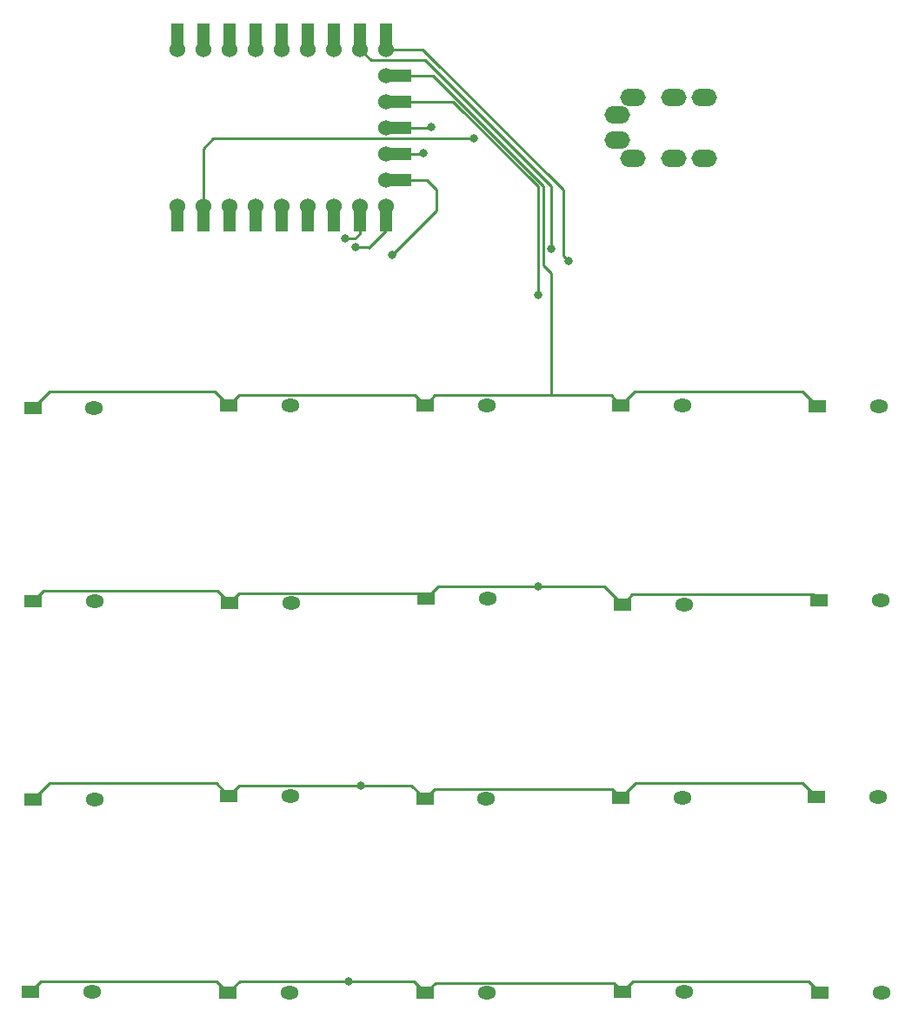
<source format=gbr>
%TF.GenerationSoftware,KiCad,Pcbnew,7.0.8*%
%TF.CreationDate,2023-10-28T15:04:41+09:00*%
%TF.ProjectId,jisaku20rp_right,6a697361-6b75-4323-9072-705f72696768,rev?*%
%TF.SameCoordinates,Original*%
%TF.FileFunction,Copper,L1,Top*%
%TF.FilePolarity,Positive*%
%FSLAX46Y46*%
G04 Gerber Fmt 4.6, Leading zero omitted, Abs format (unit mm)*
G04 Created by KiCad (PCBNEW 7.0.8) date 2023-10-28 15:04:41*
%MOMM*%
%LPD*%
G01*
G04 APERTURE LIST*
%TA.AperFunction,ComponentPad*%
%ADD10O,2.500000X1.700000*%
%TD*%
%TA.AperFunction,ComponentPad*%
%ADD11C,1.524000*%
%TD*%
%TA.AperFunction,SMDPad,CuDef*%
%ADD12R,1.200000X2.000000*%
%TD*%
%TA.AperFunction,SMDPad,CuDef*%
%ADD13R,2.000000X1.200000*%
%TD*%
%TA.AperFunction,ComponentPad*%
%ADD14R,1.778000X1.300000*%
%TD*%
%TA.AperFunction,ComponentPad*%
%ADD15O,1.778000X1.300000*%
%TD*%
%TA.AperFunction,ViaPad*%
%ADD16C,0.800000*%
%TD*%
%TA.AperFunction,Conductor*%
%ADD17C,0.250000*%
%TD*%
G04 APERTURE END LIST*
D10*
%TO.P,J1,A*%
%TO.N,unconnected-(J1-PadA)*%
X53940000Y19990000D03*
X53940000Y17540000D03*
%TO.P,J1,B*%
%TO.N,data*%
X62440000Y21740000D03*
X62440000Y15790000D03*
%TO.P,J1,C*%
%TO.N,GND*%
X59440000Y21740000D03*
X59440000Y15790000D03*
%TO.P,J1,D*%
%TO.N,VCC*%
X55440000Y21740000D03*
X55440000Y15790000D03*
%TD*%
D11*
%TO.P,U2,0,GP0*%
%TO.N,data*%
X11110000Y26410000D03*
D12*
X11110000Y27880000D03*
D11*
%TO.P,U2,1,GP1*%
%TO.N,unconnected-(U2-GP1-Pad1)*%
X13650000Y26410000D03*
D12*
X13650000Y27880000D03*
D11*
%TO.P,U2,2,GP2*%
%TO.N,unconnected-(U2-GP2-Pad2)*%
X16190000Y26410000D03*
D12*
X16190000Y27880000D03*
D11*
%TO.P,U2,3,GP3*%
%TO.N,unconnected-(U2-GP3-Pad3)*%
X18730000Y26410000D03*
D12*
X18730000Y27880000D03*
D11*
%TO.P,U2,4,GP4*%
%TO.N,unconnected-(U2-GP4-Pad4)*%
X21270000Y26410000D03*
D12*
X21270000Y27880000D03*
D11*
%TO.P,U2,5,GP5*%
%TO.N,unconnected-(U2-GP5-Pad5)*%
X23810000Y26410000D03*
D12*
X23810000Y27880000D03*
D11*
%TO.P,U2,6,GP6*%
%TO.N,unconnected-(U2-GP6-Pad6)*%
X26350000Y26410000D03*
D12*
X26350000Y27880000D03*
D11*
%TO.P,U2,7,GP7*%
%TO.N,col4*%
X28890000Y26410000D03*
D12*
X28890000Y27880000D03*
D11*
%TO.P,U2,8,GP8*%
%TO.N,col3*%
X31430000Y26410000D03*
D12*
X31430000Y27880000D03*
D11*
%TO.P,U2,9,GP9*%
%TO.N,row0*%
X31430000Y23870000D03*
D13*
X32880000Y23870000D03*
D11*
%TO.P,U2,10,GP10*%
%TO.N,row1*%
X31430000Y21330000D03*
D13*
X32880000Y21330000D03*
D11*
%TO.P,U2,11,GP11*%
%TO.N,row2*%
X31430000Y18790000D03*
D13*
X32890000Y18790000D03*
D11*
%TO.P,U2,12,GP12*%
%TO.N,row3*%
X31430000Y16250000D03*
D13*
X32870000Y16250000D03*
D11*
%TO.P,U2,13,GP13*%
%TO.N,col2*%
X31430000Y13710000D03*
D13*
X32880000Y13710000D03*
D12*
%TO.P,U2,14,GP14*%
%TO.N,col1*%
X31430000Y9700000D03*
D11*
X31430000Y11170000D03*
D12*
%TO.P,U2,15,GP15*%
%TO.N,col0*%
X28890000Y9700000D03*
D11*
X28890000Y11170000D03*
D12*
%TO.P,U2,26,GP26*%
%TO.N,unconnected-(U2-GP26-Pad26)*%
X26350000Y9700000D03*
D11*
X26350000Y11170000D03*
D12*
%TO.P,U2,27,GP27*%
%TO.N,unconnected-(U2-GP27-Pad27)*%
X23810000Y9700000D03*
D11*
X23810000Y11170000D03*
D12*
%TO.P,U2,28,GP28*%
%TO.N,unconnected-(U2-GP28-Pad28)*%
X21270000Y9700000D03*
D11*
X21270000Y11170000D03*
D12*
%TO.P,U2,29,GP29*%
%TO.N,unconnected-(U2-GP29-Pad29)*%
X18730000Y9700000D03*
D11*
X18730000Y11170000D03*
D12*
%TO.P,U2,30,3V3*%
%TO.N,unconnected-(U2-3V3-Pad30)*%
X16190000Y9700000D03*
D11*
X16190000Y11170000D03*
D12*
%TO.P,U2,31,GND*%
%TO.N,GND*%
X13650000Y9700000D03*
D11*
X13650000Y11170000D03*
D12*
%TO.P,U2,32,5V*%
%TO.N,VCC*%
X11110000Y9700000D03*
D11*
X11110000Y11170000D03*
%TD*%
D14*
%TO.P,D15,1,K*%
%TO.N,row2*%
X73360000Y-46332500D03*
D15*
%TO.P,D15,2,A*%
%TO.N,Net-(D15-A)*%
X79360000Y-46332500D03*
%TD*%
D14*
%TO.P,D11,1,K*%
%TO.N,row2*%
X-2930000Y-46640000D03*
D15*
%TO.P,D11,2,A*%
%TO.N,Net-(D11-A)*%
X3070000Y-46640000D03*
%TD*%
D14*
%TO.P,D4,1,K*%
%TO.N,row0*%
X54330000Y-8240000D03*
D15*
%TO.P,D4,2,A*%
%TO.N,Net-(D4-A)*%
X60330000Y-8240000D03*
%TD*%
D14*
%TO.P,D6,1,K*%
%TO.N,row1*%
X-2950000Y-27340000D03*
D15*
%TO.P,D6,2,A*%
%TO.N,Net-(D6-A)*%
X3050000Y-27340000D03*
%TD*%
D14*
%TO.P,D9,1,K*%
%TO.N,row1*%
X54440000Y-27630000D03*
D15*
%TO.P,D9,2,A*%
%TO.N,Net-(D9-A)*%
X60440000Y-27630000D03*
%TD*%
D14*
%TO.P,D8,1,K*%
%TO.N,row1*%
X35310000Y-27050000D03*
D15*
%TO.P,D8,2,A*%
%TO.N,Net-(D8-A)*%
X41310000Y-27050000D03*
%TD*%
D14*
%TO.P,D20,1,K*%
%TO.N,row3*%
X73695000Y-65430000D03*
D15*
%TO.P,D20,2,A*%
%TO.N,Net-(D20-A)*%
X79695000Y-65430000D03*
%TD*%
D14*
%TO.P,D17,1,K*%
%TO.N,row3*%
X16061250Y-65430000D03*
D15*
%TO.P,D17,2,A*%
%TO.N,Net-(D17-A)*%
X22061250Y-65430000D03*
%TD*%
D14*
%TO.P,D12,1,K*%
%TO.N,row2*%
X16142500Y-46230000D03*
D15*
%TO.P,D12,2,A*%
%TO.N,Net-(D12-A)*%
X22142500Y-46230000D03*
%TD*%
D14*
%TO.P,D10,1,K*%
%TO.N,row1*%
X73570000Y-27195000D03*
D15*
%TO.P,D10,2,A*%
%TO.N,Net-(D10-A)*%
X79570000Y-27195000D03*
%TD*%
D14*
%TO.P,D5,1,K*%
%TO.N,row0*%
X73430000Y-8300000D03*
D15*
%TO.P,D5,2,A*%
%TO.N,Net-(D5-A)*%
X79430000Y-8300000D03*
%TD*%
D14*
%TO.P,D13,1,K*%
%TO.N,row2*%
X35215000Y-46537500D03*
D15*
%TO.P,D13,2,A*%
%TO.N,Net-(D13-A)*%
X41215000Y-46537500D03*
%TD*%
D14*
%TO.P,D1,1,K*%
%TO.N,row0*%
X-2970000Y-8510000D03*
D15*
%TO.P,D1,2,A*%
%TO.N,Net-(D1-A)*%
X3030000Y-8510000D03*
%TD*%
D14*
%TO.P,D14,1,K*%
%TO.N,row2*%
X54287500Y-46435000D03*
D15*
%TO.P,D14,2,A*%
%TO.N,Net-(D14-A)*%
X60287500Y-46435000D03*
%TD*%
D14*
%TO.P,D7,1,K*%
%TO.N,row1*%
X16180000Y-27485000D03*
D15*
%TO.P,D7,2,A*%
%TO.N,Net-(D7-A)*%
X22180000Y-27485000D03*
%TD*%
D14*
%TO.P,D3,1,K*%
%TO.N,row0*%
X35230000Y-8240000D03*
D15*
%TO.P,D3,2,A*%
%TO.N,Net-(D3-A)*%
X41230000Y-8240000D03*
%TD*%
D14*
%TO.P,D19,1,K*%
%TO.N,row3*%
X54483750Y-65300000D03*
D15*
%TO.P,D19,2,A*%
%TO.N,Net-(D19-A)*%
X60483750Y-65300000D03*
%TD*%
D14*
%TO.P,D18,1,K*%
%TO.N,row3*%
X35272500Y-65430000D03*
D15*
%TO.P,D18,2,A*%
%TO.N,Net-(D18-A)*%
X41272500Y-65430000D03*
%TD*%
D14*
%TO.P,D16,1,K*%
%TO.N,row3*%
X-3150000Y-65300000D03*
D15*
%TO.P,D16,2,A*%
%TO.N,Net-(D16-A)*%
X2850000Y-65300000D03*
%TD*%
D14*
%TO.P,D2,1,K*%
%TO.N,row0*%
X16130000Y-8240000D03*
D15*
%TO.P,D2,2,A*%
%TO.N,Net-(D2-A)*%
X22130000Y-8240000D03*
%TD*%
D16*
%TO.N,row1*%
X46220000Y2490000D03*
X46220000Y-25840000D03*
%TO.N,row2*%
X28980000Y-45255000D03*
X35860000Y18850000D03*
%TO.N,row3*%
X27810000Y-64320000D03*
X35080000Y16280000D03*
%TO.N,col0*%
X27460000Y7960000D03*
%TO.N,col1*%
X28480000Y7140000D03*
%TO.N,col2*%
X32050000Y6410000D03*
%TO.N,col3*%
X49220000Y5790000D03*
%TO.N,col4*%
X47520000Y6950000D03*
%TO.N,GND*%
X39970000Y17700000D03*
%TD*%
D17*
%TO.N,row0*%
X46795000Y13105000D02*
X46795000Y5395000D01*
X47530000Y-7265000D02*
X53355000Y-7265000D01*
X14787273Y-6897273D02*
X16130000Y-8240000D01*
X32880000Y23870000D02*
X36030000Y23870000D01*
X55651968Y-6918032D02*
X66350030Y-6918032D01*
X36205000Y-7265000D02*
X47530000Y-7265000D01*
X34255000Y-7265000D02*
X35230000Y-8240000D01*
X66350030Y-6918032D02*
X66680000Y-6897273D01*
X53355000Y-7265000D02*
X54330000Y-8240000D01*
X47560000Y-7235000D02*
X47530000Y-7265000D01*
X72027273Y-6897273D02*
X73430000Y-8300000D01*
X17105000Y-7265000D02*
X34255000Y-7265000D01*
X54330000Y-8240000D02*
X55651968Y-6918032D01*
X-1357273Y-6897273D02*
X14787273Y-6897273D01*
X-2970000Y-8510000D02*
X-1357273Y-6897273D01*
X36030000Y23870000D02*
X46795000Y13105000D01*
X66680000Y-6897273D02*
X72027273Y-6897273D01*
X35230000Y-8240000D02*
X36205000Y-7265000D01*
X47560000Y4630000D02*
X47560000Y-7235000D01*
X31430000Y23870000D02*
X32880000Y23870000D01*
X46795000Y5395000D02*
X47560000Y4630000D01*
X16130000Y-8240000D02*
X17105000Y-7265000D01*
%TO.N,row1*%
X54440000Y-27630000D02*
X52650000Y-25840000D01*
X16180000Y-27485000D02*
X15025000Y-26330000D01*
X46220000Y-25840000D02*
X36520000Y-25840000D01*
X35310000Y-27050000D02*
X34770000Y-26510000D01*
X36520000Y-25840000D02*
X35310000Y-27050000D01*
X37933604Y21330000D02*
X31430000Y21330000D01*
X46220000Y2490000D02*
X46220000Y13043604D01*
X55415000Y-26655000D02*
X54440000Y-27630000D01*
X52650000Y-25840000D02*
X46220000Y-25840000D01*
X46220000Y13043604D02*
X37933604Y21330000D01*
X73030000Y-26655000D02*
X55415000Y-26655000D01*
X34770000Y-26510000D02*
X17155000Y-26510000D01*
X15025000Y-26330000D02*
X-1940000Y-26330000D01*
X-1940000Y-26330000D02*
X-2950000Y-27340000D01*
X73570000Y-27195000D02*
X73030000Y-26655000D01*
X17155000Y-26510000D02*
X16180000Y-27485000D01*
%TO.N,row2*%
X35215000Y-46537500D02*
X36190000Y-45562500D01*
X55725227Y-44997273D02*
X72024773Y-44997273D01*
X54287500Y-46435000D02*
X55725227Y-44997273D01*
X33932500Y-45255000D02*
X35215000Y-46537500D01*
X72024773Y-44997273D02*
X73360000Y-46332500D01*
X35860000Y18850000D02*
X35800000Y18790000D01*
X28980000Y-45255000D02*
X33932500Y-45255000D01*
X53415000Y-45562500D02*
X54287500Y-46435000D01*
X35800000Y18790000D02*
X31430000Y18790000D01*
X17117500Y-45255000D02*
X28980000Y-45255000D01*
X-1287273Y-44997273D02*
X14909773Y-44997273D01*
X36190000Y-45562500D02*
X53415000Y-45562500D01*
X-2930000Y-46640000D02*
X-1287273Y-44997273D01*
X16142500Y-46230000D02*
X17117500Y-45255000D01*
X14909773Y-44997273D02*
X16142500Y-46230000D01*
%TO.N,row3*%
X27810000Y-64320000D02*
X17171250Y-64320000D01*
X54483750Y-65300000D02*
X55458750Y-64325000D01*
X72590000Y-64325000D02*
X73695000Y-65430000D01*
X55458750Y-64325000D02*
X72590000Y-64325000D01*
X36247500Y-64455000D02*
X35272500Y-65430000D01*
X16061250Y-65430000D02*
X14951250Y-64320000D01*
X35272500Y-65430000D02*
X34162500Y-64320000D01*
X54483750Y-65300000D02*
X53638750Y-64455000D01*
X53638750Y-64455000D02*
X36247500Y-64455000D01*
X17171250Y-64320000D02*
X16061250Y-65430000D01*
X35080000Y16280000D02*
X35050000Y16250000D01*
X-2170000Y-64320000D02*
X-3150000Y-65300000D01*
X35050000Y16250000D02*
X31430000Y16250000D01*
X14951250Y-64320000D02*
X-2170000Y-64320000D01*
X34162500Y-64320000D02*
X27810000Y-64320000D01*
%TO.N,col0*%
X28890000Y8420000D02*
X28890000Y11170000D01*
X28430000Y7960000D02*
X28890000Y8420000D01*
X27460000Y7960000D02*
X28430000Y7960000D01*
%TO.N,col1*%
X29770000Y7110000D02*
X31430000Y8770000D01*
X28480000Y7140000D02*
X29740000Y7140000D01*
X31430000Y8770000D02*
X31430000Y11170000D01*
X29740000Y7140000D02*
X29770000Y7110000D01*
%TO.N,col2*%
X36380000Y10740000D02*
X36380000Y12770000D01*
X36380000Y12770000D02*
X35440000Y13710000D01*
X32050000Y6410000D02*
X36380000Y10740000D01*
X35440000Y13710000D02*
X31430000Y13710000D01*
%TO.N,col3*%
X48685000Y12725000D02*
X48685000Y6325000D01*
X48685000Y6325000D02*
X49220000Y5790000D01*
X35000000Y26410000D02*
X48685000Y12725000D01*
X31430000Y26410000D02*
X31430000Y27880000D01*
X31430000Y26410000D02*
X35000000Y26410000D01*
%TO.N,col4*%
X35287000Y25323000D02*
X47520000Y13090000D01*
X28890000Y26410000D02*
X29977000Y25323000D01*
X29977000Y25323000D02*
X35287000Y25323000D01*
X47520000Y13090000D02*
X47520000Y6950000D01*
X28890000Y26410000D02*
X28890000Y27880000D01*
%TO.N,GND*%
X13650000Y11170000D02*
X13650000Y16760000D01*
X13650000Y16760000D02*
X14590000Y17700000D01*
X14590000Y17700000D02*
X39970000Y17700000D01*
%TO.N,unconnected-(U2-GP1-Pad1)*%
X13650000Y26410000D02*
X13650000Y27880000D01*
%TO.N,VCC*%
X11110000Y9700000D02*
X11110000Y11170000D01*
%TD*%
M02*

</source>
